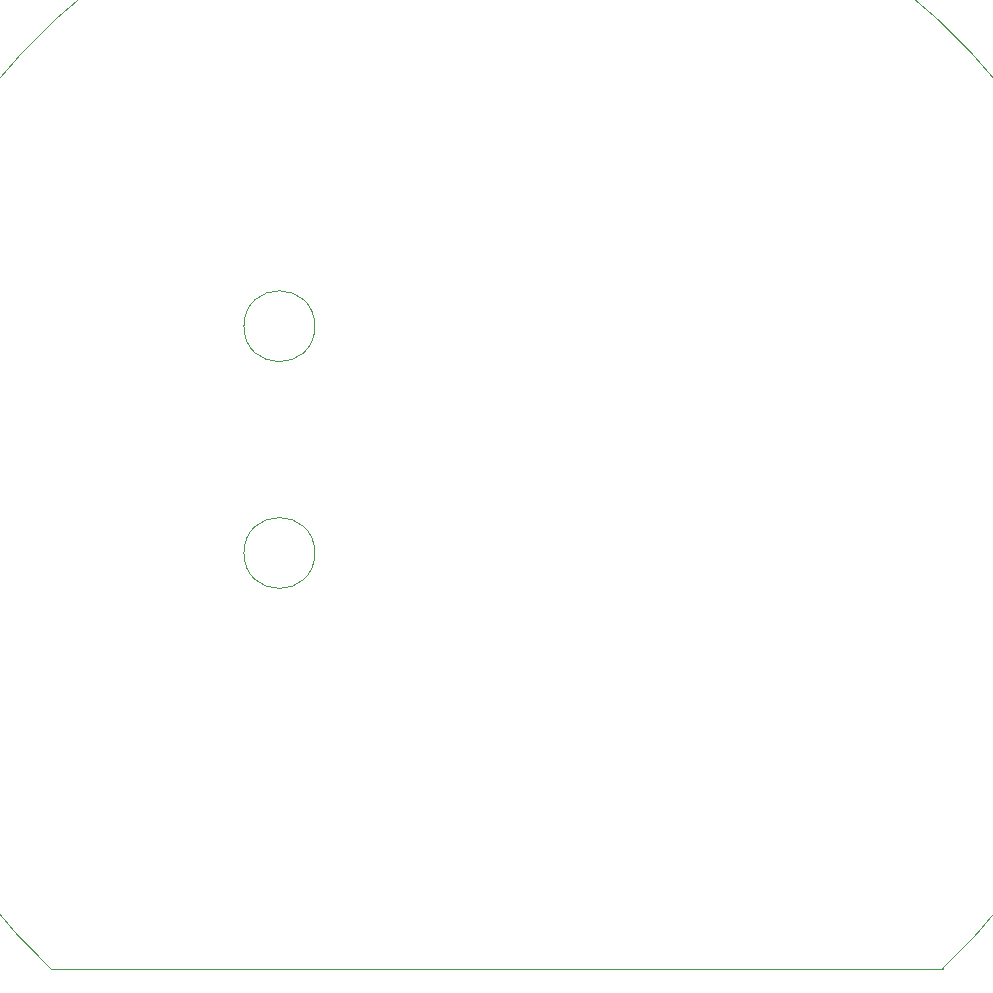
<source format=gbr>
%TF.GenerationSoftware,KiCad,Pcbnew,7.0.1-0*%
%TF.CreationDate,2023-05-23T14:03:24+09:00*%
%TF.ProjectId,SystemData,53797374-656d-4446-9174-612e6b696361,rev?*%
%TF.SameCoordinates,Original*%
%TF.FileFunction,Profile,NP*%
%FSLAX46Y46*%
G04 Gerber Fmt 4.6, Leading zero omitted, Abs format (unit mm)*
G04 Created by KiCad (PCBNEW 7.0.1-0) date 2023-05-23 14:03:24*
%MOMM*%
%LPD*%
G01*
G04 APERTURE LIST*
%TA.AperFunction,Profile*%
%ADD10C,0.100000*%
%TD*%
G04 APERTURE END LIST*
D10*
X186250000Y-145000000D02*
G75*
G03*
X110750000Y-145000000I-37750000J40000000D01*
G01*
X133100000Y-90600000D02*
G75*
G03*
X133100000Y-90600000I-3000000J0D01*
G01*
X133100000Y-109800000D02*
G75*
G03*
X133100000Y-109800000I-3000000J0D01*
G01*
X186250000Y-145000000D02*
X110750000Y-145000000D01*
M02*

</source>
